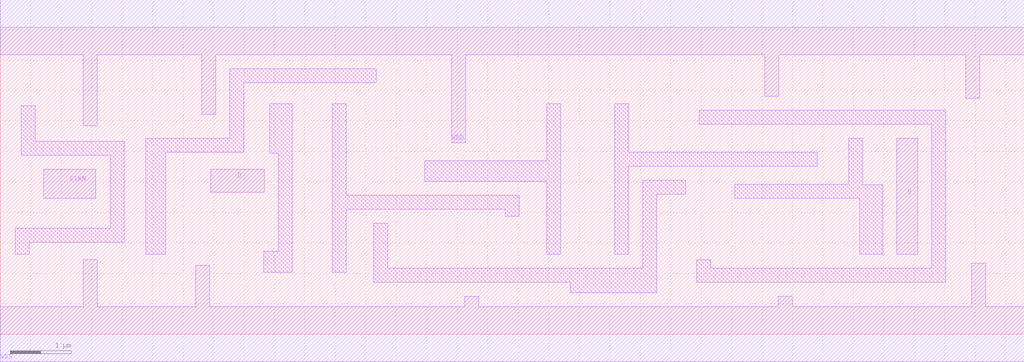
<source format=lef>
# Copyright 2022 GlobalFoundries PDK Authors
#
# Licensed under the Apache License, Version 2.0 (the "License");
# you may not use this file except in compliance with the License.
# You may obtain a copy of the License at
#
#      http://www.apache.org/licenses/LICENSE-2.0
#
# Unless required by applicable law or agreed to in writing, software
# distributed under the License is distributed on an "AS IS" BASIS,
# WITHOUT WARRANTIES OR CONDITIONS OF ANY KIND, either express or implied.
# See the License for the specific language governing permissions and
# limitations under the License.

MACRO gf180mcu_fd_sc_mcu9t5v0__dffnq_1
  CLASS core ;
  FOREIGN gf180mcu_fd_sc_mcu9t5v0__dffnq_1 0.0 0.0 ;
  ORIGIN 0 0 ;
  SYMMETRY X Y ;
  SITE GF018hv5v_green_sc9 ;
  SIZE 16.8 BY 5.04 ;
  PIN D
    DIRECTION INPUT ;
    ANTENNAGATEAREA 0.854 ;
    PORT
      LAYER METAL1 ;
        POLYGON 3.45 2.33 4.33 2.33 4.33 2.71 3.45 2.71  ;
    END
  END D
  PIN CLKN
    DIRECTION INPUT ;
    USE clock ;
    ANTENNAGATEAREA 1.164 ;
    PORT
      LAYER METAL1 ;
        POLYGON 0.71 2.235 1.57 2.235 1.57 2.71 0.71 2.71  ;
    END
  END CLKN
  PIN Q
    DIRECTION OUTPUT ;
    ANTENNADIFFAREA 1.386 ;
    PORT
      LAYER METAL1 ;
        POLYGON 14.71 1.315 15.055 1.315 15.055 3.215 14.71 3.215  ;
    END
  END Q
  PIN VDD
    DIRECTION INOUT ;
    USE power ;
    SHAPE ABUTMENT ;
    PORT
      LAYER METAL1 ;
        POLYGON 0 4.59 1.365 4.59 1.365 3.425 1.595 3.425 1.595 4.59 2.035 4.59 3.305 4.59 3.305 3.61 3.535 3.61 3.535 4.59 6.17 4.59 7.405 4.59 7.405 3.14 7.635 3.14 7.635 4.59 9.195 4.59 12.545 4.59 12.545 3.905 12.775 3.905 12.775 4.59 15.515 4.59 15.845 4.59 15.845 3.875 16.075 3.875 16.075 4.59 16.8 4.59 16.8 5.49 15.515 5.49 9.195 5.49 6.17 5.49 2.035 5.49 0 5.49  ;
    END
  END VDD
  PIN VSS
    DIRECTION INOUT ;
    USE ground ;
    SHAPE ABUTMENT ;
    PORT
      LAYER METAL1 ;
        POLYGON 0 -0.45 16.8 -0.45 16.8 0.45 16.175 0.45 16.175 1.165 15.945 1.165 15.945 0.45 12.995 0.45 12.995 0.625 12.765 0.625 12.765 0.45 7.855 0.45 7.855 0.625 7.625 0.625 7.625 0.45 3.435 0.45 3.435 1.13 3.205 1.13 3.205 0.45 1.595 0.45 1.595 1.225 1.365 1.225 1.365 0.45 0 0.45  ;
    END
  END VSS
  OBS
      LAYER METAL1 ;
        POLYGON 0.345 2.94 1.805 2.94 1.805 1.74 0.245 1.74 0.245 1.315 0.475 1.315 0.475 1.51 2.035 1.51 2.035 3.17 0.575 3.17 0.575 3.75 0.345 3.75  ;
        POLYGON 4.425 2.97 4.56 2.97 4.56 1.36 4.325 1.36 4.325 1.02 4.79 1.02 4.79 3.78 4.425 3.78  ;
        POLYGON 2.385 1.315 2.715 1.315 2.715 2.99 3.995 2.99 3.995 4.125 6.17 4.125 6.17 4.355 3.765 4.355 3.765 3.22 2.385 3.22  ;
        POLYGON 5.445 1.02 5.675 1.02 5.675 2.05 8.285 2.05 8.285 1.94 8.515 1.94 8.515 2.28 5.675 2.28 5.675 3.78 5.445 3.78  ;
        POLYGON 6.965 2.51 8.965 2.51 8.965 1.315 9.195 1.315 9.195 3.78 8.965 3.78 8.965 2.85 6.965 2.85  ;
        POLYGON 6.125 0.855 9.35 0.855 9.35 0.68 10.775 0.68 10.775 2.3 11.25 2.3 11.25 2.53 10.545 2.53 10.545 1.085 6.355 1.085 6.355 1.82 6.125 1.82  ;
        POLYGON 10.085 1.315 10.315 1.315 10.315 2.76 13.41 2.76 13.41 2.99 10.315 2.99 10.315 3.78 10.085 3.78  ;
        POLYGON 12.05 2.23 14.105 2.23 14.105 1.315 14.48 1.315 14.48 2.455 14.155 2.455 14.155 3.215 13.925 3.215 13.925 2.46 12.05 2.46  ;
        POLYGON 11.47 3.445 15.285 3.445 15.285 1.085 11.655 1.085 11.655 1.225 11.425 1.225 11.425 0.855 15.515 0.855 15.515 3.675 11.47 3.675  ;
  END
END gf180mcu_fd_sc_mcu9t5v0__dffnq_1

</source>
